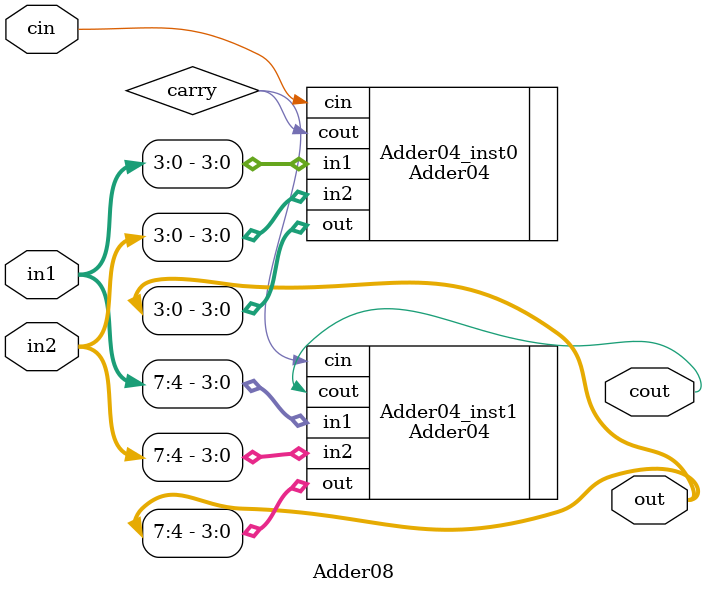
<source format=v>
`timescale 1ns / 1ps

module Adder08 (  //八位超前进位快速加法器
    input        cin,
    input  [7:0] in1,
    input  [7:0] in2,
    output [7:0] out,
    output       cout
);
  wire carry;
  Adder04 Adder04_inst0 (
      .cin (cin),
      .in1 (in1[3:0]),
      .in2 (in2[3:0]),
      .out (out[3:0]),
      .cout(carry)
  );
  Adder04 Adder04_inst1 (
      .cin (carry),
      .in1 (in1[7:4]),
      .in2 (in2[7:4]),
      .out (out[7:4]),
      .cout(cout)
  );
endmodule

</source>
